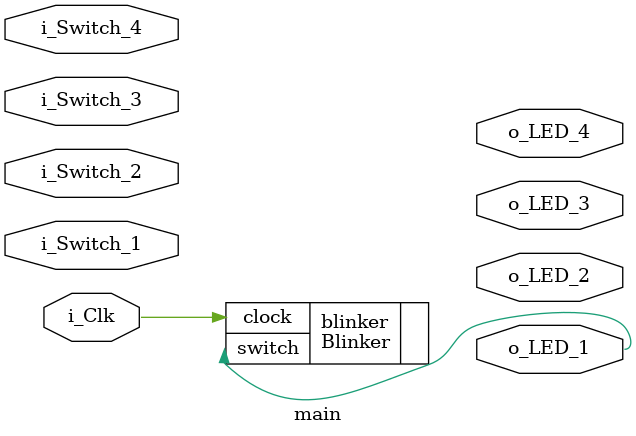
<source format=v>
module main
  (input i_Clk,
   input  i_Switch_1,
   input  i_Switch_2,
   input  i_Switch_3,
   input  i_Switch_4,
   output o_LED_1,
   output o_LED_2,
   output o_LED_3,
   output o_LED_4);

   Blinker blinker
     (.clock(i_Clk),
      .switch(o_LED_1));
          
endmodule

</source>
